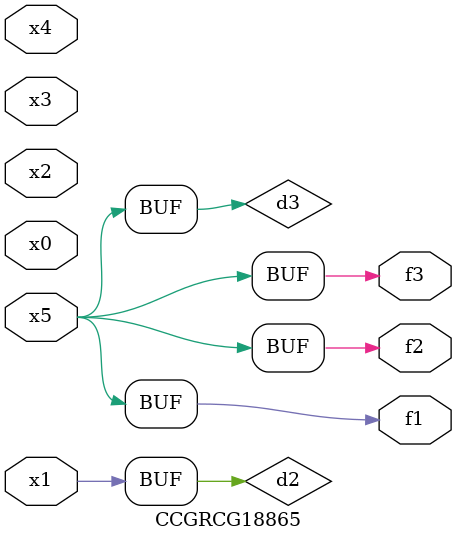
<source format=v>
module CCGRCG18865(
	input x0, x1, x2, x3, x4, x5,
	output f1, f2, f3
);

	wire d1, d2, d3;

	not (d1, x5);
	or (d2, x1);
	xnor (d3, d1);
	assign f1 = d3;
	assign f2 = d3;
	assign f3 = d3;
endmodule

</source>
